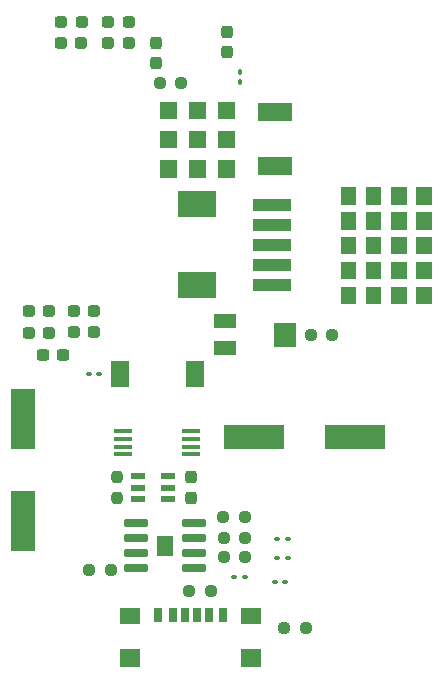
<source format=gbr>
%TF.GenerationSoftware,KiCad,Pcbnew,7.0.5-0*%
%TF.CreationDate,2024-11-16T18:44:09-05:00*%
%TF.ProjectId,PCB_design,5043425f-6465-4736-9967-6e2e6b696361,rev?*%
%TF.SameCoordinates,Original*%
%TF.FileFunction,Paste,Top*%
%TF.FilePolarity,Positive*%
%FSLAX46Y46*%
G04 Gerber Fmt 4.6, Leading zero omitted, Abs format (unit mm)*
G04 Created by KiCad (PCBNEW 7.0.5-0) date 2024-11-16 18:44:09*
%MOMM*%
%LPD*%
G01*
G04 APERTURE LIST*
G04 Aperture macros list*
%AMRoundRect*
0 Rectangle with rounded corners*
0 $1 Rounding radius*
0 $2 $3 $4 $5 $6 $7 $8 $9 X,Y pos of 4 corners*
0 Add a 4 corners polygon primitive as box body*
4,1,4,$2,$3,$4,$5,$6,$7,$8,$9,$2,$3,0*
0 Add four circle primitives for the rounded corners*
1,1,$1+$1,$2,$3*
1,1,$1+$1,$4,$5*
1,1,$1+$1,$6,$7*
1,1,$1+$1,$8,$9*
0 Add four rect primitives between the rounded corners*
20,1,$1+$1,$2,$3,$4,$5,0*
20,1,$1+$1,$4,$5,$6,$7,0*
20,1,$1+$1,$6,$7,$8,$9,0*
20,1,$1+$1,$8,$9,$2,$3,0*%
G04 Aperture macros list end*
%ADD10C,0.010000*%
%ADD11R,1.210000X0.590000*%
%ADD12RoundRect,0.237500X-0.250000X-0.237500X0.250000X-0.237500X0.250000X0.237500X-0.250000X0.237500X0*%
%ADD13R,0.700000X1.200000*%
%ADD14R,0.760000X1.200000*%
%ADD15R,0.800000X1.200000*%
%ADD16R,1.800000X1.350000*%
%ADD17R,1.800000X1.500000*%
%ADD18R,3.210000X1.050000*%
%ADD19RoundRect,0.090000X0.139000X0.090000X-0.139000X0.090000X-0.139000X-0.090000X0.139000X-0.090000X0*%
%ADD20R,3.000000X1.600000*%
%ADD21RoundRect,0.237500X0.287500X0.237500X-0.287500X0.237500X-0.287500X-0.237500X0.287500X-0.237500X0*%
%ADD22RoundRect,0.090000X-0.139000X-0.090000X0.139000X-0.090000X0.139000X0.090000X-0.139000X0.090000X0*%
%ADD23RoundRect,0.237500X-0.287500X-0.237500X0.287500X-0.237500X0.287500X0.237500X-0.287500X0.237500X0*%
%ADD24RoundRect,0.237500X0.250000X0.237500X-0.250000X0.237500X-0.250000X-0.237500X0.250000X-0.237500X0*%
%ADD25R,5.100000X2.150000*%
%ADD26RoundRect,0.237500X0.300000X0.237500X-0.300000X0.237500X-0.300000X-0.237500X0.300000X-0.237500X0*%
%ADD27R,3.200000X2.250000*%
%ADD28RoundRect,0.050000X-0.730000X-0.150000X0.730000X-0.150000X0.730000X0.150000X-0.730000X0.150000X0*%
%ADD29R,2.150000X5.100000*%
%ADD30R,1.500000X2.200000*%
%ADD31RoundRect,0.075000X-0.910000X-0.225000X0.910000X-0.225000X0.910000X0.225000X-0.910000X0.225000X0*%
%ADD32R,1.900000X1.300000*%
%ADD33R,1.900000X2.000000*%
%ADD34RoundRect,0.237500X-0.237500X0.250000X-0.237500X-0.250000X0.237500X-0.250000X0.237500X0.250000X0*%
%ADD35RoundRect,0.090000X-0.090000X0.139000X-0.090000X-0.139000X0.090000X-0.139000X0.090000X0.139000X0*%
%ADD36RoundRect,0.237500X0.237500X-0.300000X0.237500X0.300000X-0.237500X0.300000X-0.237500X-0.300000X0*%
G04 APERTURE END LIST*
%TO.C,VR1*%
D10*
X75060000Y-45530000D02*
X73800000Y-45530000D01*
X73800000Y-44110000D01*
X75060000Y-44110000D01*
X75060000Y-45530000D01*
G36*
X75060000Y-45530000D02*
G01*
X73800000Y-45530000D01*
X73800000Y-44110000D01*
X75060000Y-44110000D01*
X75060000Y-45530000D01*
G37*
X75060000Y-47640000D02*
X73800000Y-47640000D01*
X73800000Y-46220000D01*
X75060000Y-46220000D01*
X75060000Y-47640000D01*
G36*
X75060000Y-47640000D02*
G01*
X73800000Y-47640000D01*
X73800000Y-46220000D01*
X75060000Y-46220000D01*
X75060000Y-47640000D01*
G37*
X75060000Y-49750000D02*
X73800000Y-49750000D01*
X73800000Y-48330000D01*
X75060000Y-48330000D01*
X75060000Y-49750000D01*
G36*
X75060000Y-49750000D02*
G01*
X73800000Y-49750000D01*
X73800000Y-48330000D01*
X75060000Y-48330000D01*
X75060000Y-49750000D01*
G37*
X75060000Y-51860000D02*
X73800000Y-51860000D01*
X73800000Y-50440000D01*
X75060000Y-50440000D01*
X75060000Y-51860000D01*
G36*
X75060000Y-51860000D02*
G01*
X73800000Y-51860000D01*
X73800000Y-50440000D01*
X75060000Y-50440000D01*
X75060000Y-51860000D01*
G37*
X75060000Y-53970000D02*
X73800000Y-53970000D01*
X73800000Y-52550000D01*
X75060000Y-52550000D01*
X75060000Y-53970000D01*
G36*
X75060000Y-53970000D02*
G01*
X73800000Y-53970000D01*
X73800000Y-52550000D01*
X75060000Y-52550000D01*
X75060000Y-53970000D01*
G37*
X77180000Y-45530000D02*
X75920000Y-45530000D01*
X75920000Y-44110000D01*
X77180000Y-44110000D01*
X77180000Y-45530000D01*
G36*
X77180000Y-45530000D02*
G01*
X75920000Y-45530000D01*
X75920000Y-44110000D01*
X77180000Y-44110000D01*
X77180000Y-45530000D01*
G37*
X77180000Y-47640000D02*
X75920000Y-47640000D01*
X75920000Y-46220000D01*
X77180000Y-46220000D01*
X77180000Y-47640000D01*
G36*
X77180000Y-47640000D02*
G01*
X75920000Y-47640000D01*
X75920000Y-46220000D01*
X77180000Y-46220000D01*
X77180000Y-47640000D01*
G37*
X77180000Y-49750000D02*
X75920000Y-49750000D01*
X75920000Y-48330000D01*
X77180000Y-48330000D01*
X77180000Y-49750000D01*
G36*
X77180000Y-49750000D02*
G01*
X75920000Y-49750000D01*
X75920000Y-48330000D01*
X77180000Y-48330000D01*
X77180000Y-49750000D01*
G37*
X77180000Y-51860000D02*
X75920000Y-51860000D01*
X75920000Y-50440000D01*
X77180000Y-50440000D01*
X77180000Y-51860000D01*
G36*
X77180000Y-51860000D02*
G01*
X75920000Y-51860000D01*
X75920000Y-50440000D01*
X77180000Y-50440000D01*
X77180000Y-51860000D01*
G37*
X77180000Y-53970000D02*
X75920000Y-53970000D01*
X75920000Y-52550000D01*
X77180000Y-52550000D01*
X77180000Y-53970000D01*
G36*
X77180000Y-53970000D02*
G01*
X75920000Y-53970000D01*
X75920000Y-52550000D01*
X77180000Y-52550000D01*
X77180000Y-53970000D01*
G37*
X79300000Y-45530000D02*
X78040000Y-45530000D01*
X78040000Y-44110000D01*
X79300000Y-44110000D01*
X79300000Y-45530000D01*
G36*
X79300000Y-45530000D02*
G01*
X78040000Y-45530000D01*
X78040000Y-44110000D01*
X79300000Y-44110000D01*
X79300000Y-45530000D01*
G37*
X79300000Y-47640000D02*
X78040000Y-47640000D01*
X78040000Y-46220000D01*
X79300000Y-46220000D01*
X79300000Y-47640000D01*
G36*
X79300000Y-47640000D02*
G01*
X78040000Y-47640000D01*
X78040000Y-46220000D01*
X79300000Y-46220000D01*
X79300000Y-47640000D01*
G37*
X79300000Y-49750000D02*
X78040000Y-49750000D01*
X78040000Y-48330000D01*
X79300000Y-48330000D01*
X79300000Y-49750000D01*
G36*
X79300000Y-49750000D02*
G01*
X78040000Y-49750000D01*
X78040000Y-48330000D01*
X79300000Y-48330000D01*
X79300000Y-49750000D01*
G37*
X79300000Y-51860000D02*
X78040000Y-51860000D01*
X78040000Y-50440000D01*
X79300000Y-50440000D01*
X79300000Y-51860000D01*
G36*
X79300000Y-51860000D02*
G01*
X78040000Y-51860000D01*
X78040000Y-50440000D01*
X79300000Y-50440000D01*
X79300000Y-51860000D01*
G37*
X79300000Y-53970000D02*
X78040000Y-53970000D01*
X78040000Y-52550000D01*
X79300000Y-52550000D01*
X79300000Y-53970000D01*
G36*
X79300000Y-53970000D02*
G01*
X78040000Y-53970000D01*
X78040000Y-52550000D01*
X79300000Y-52550000D01*
X79300000Y-53970000D01*
G37*
X81420000Y-45530000D02*
X80160000Y-45530000D01*
X80160000Y-44110000D01*
X81420000Y-44110000D01*
X81420000Y-45530000D01*
G36*
X81420000Y-45530000D02*
G01*
X80160000Y-45530000D01*
X80160000Y-44110000D01*
X81420000Y-44110000D01*
X81420000Y-45530000D01*
G37*
X81420000Y-47640000D02*
X80160000Y-47640000D01*
X80160000Y-46220000D01*
X81420000Y-46220000D01*
X81420000Y-47640000D01*
G36*
X81420000Y-47640000D02*
G01*
X80160000Y-47640000D01*
X80160000Y-46220000D01*
X81420000Y-46220000D01*
X81420000Y-47640000D01*
G37*
X81420000Y-49750000D02*
X80160000Y-49750000D01*
X80160000Y-48330000D01*
X81420000Y-48330000D01*
X81420000Y-49750000D01*
G36*
X81420000Y-49750000D02*
G01*
X80160000Y-49750000D01*
X80160000Y-48330000D01*
X81420000Y-48330000D01*
X81420000Y-49750000D01*
G37*
X81420000Y-51860000D02*
X80160000Y-51860000D01*
X80160000Y-50440000D01*
X81420000Y-50440000D01*
X81420000Y-51860000D01*
G36*
X81420000Y-51860000D02*
G01*
X80160000Y-51860000D01*
X80160000Y-50440000D01*
X81420000Y-50440000D01*
X81420000Y-51860000D01*
G37*
X81420000Y-53970000D02*
X80160000Y-53970000D01*
X80160000Y-52550000D01*
X81420000Y-52550000D01*
X81420000Y-53970000D01*
G36*
X81420000Y-53970000D02*
G01*
X80160000Y-53970000D01*
X80160000Y-52550000D01*
X81420000Y-52550000D01*
X81420000Y-53970000D01*
G37*
%TO.C,U2*%
X64805000Y-43235000D02*
X63395000Y-43235000D01*
X63395000Y-41825000D01*
X64805000Y-41825000D01*
X64805000Y-43235000D01*
G36*
X64805000Y-43235000D02*
G01*
X63395000Y-43235000D01*
X63395000Y-41825000D01*
X64805000Y-41825000D01*
X64805000Y-43235000D01*
G37*
X64805000Y-40775000D02*
X63395000Y-40775000D01*
X63395000Y-39365000D01*
X64805000Y-39365000D01*
X64805000Y-40775000D01*
G36*
X64805000Y-40775000D02*
G01*
X63395000Y-40775000D01*
X63395000Y-39365000D01*
X64805000Y-39365000D01*
X64805000Y-40775000D01*
G37*
X64805000Y-38315000D02*
X63395000Y-38315000D01*
X63395000Y-36905000D01*
X64805000Y-36905000D01*
X64805000Y-38315000D01*
G36*
X64805000Y-38315000D02*
G01*
X63395000Y-38315000D01*
X63395000Y-36905000D01*
X64805000Y-36905000D01*
X64805000Y-38315000D01*
G37*
X62345000Y-43235000D02*
X60935000Y-43235000D01*
X60935000Y-41825000D01*
X62345000Y-41825000D01*
X62345000Y-43235000D01*
G36*
X62345000Y-43235000D02*
G01*
X60935000Y-43235000D01*
X60935000Y-41825000D01*
X62345000Y-41825000D01*
X62345000Y-43235000D01*
G37*
X62345000Y-40775000D02*
X60935000Y-40775000D01*
X60935000Y-39365000D01*
X62345000Y-39365000D01*
X62345000Y-40775000D01*
G36*
X62345000Y-40775000D02*
G01*
X60935000Y-40775000D01*
X60935000Y-39365000D01*
X62345000Y-39365000D01*
X62345000Y-40775000D01*
G37*
X62345000Y-38315000D02*
X60935000Y-38315000D01*
X60935000Y-36905000D01*
X62345000Y-36905000D01*
X62345000Y-38315000D01*
G36*
X62345000Y-38315000D02*
G01*
X60935000Y-38315000D01*
X60935000Y-36905000D01*
X62345000Y-36905000D01*
X62345000Y-38315000D01*
G37*
X59885000Y-43235000D02*
X58475000Y-43235000D01*
X58475000Y-41825000D01*
X59885000Y-41825000D01*
X59885000Y-43235000D01*
G36*
X59885000Y-43235000D02*
G01*
X58475000Y-43235000D01*
X58475000Y-41825000D01*
X59885000Y-41825000D01*
X59885000Y-43235000D01*
G37*
X59885000Y-40775000D02*
X58475000Y-40775000D01*
X58475000Y-39365000D01*
X59885000Y-39365000D01*
X59885000Y-40775000D01*
G36*
X59885000Y-40775000D02*
G01*
X58475000Y-40775000D01*
X58475000Y-39365000D01*
X59885000Y-39365000D01*
X59885000Y-40775000D01*
G37*
X59885000Y-38315000D02*
X58475000Y-38315000D01*
X58475000Y-36905000D01*
X59885000Y-36905000D01*
X59885000Y-38315000D01*
G36*
X59885000Y-38315000D02*
G01*
X58475000Y-38315000D01*
X58475000Y-36905000D01*
X59885000Y-36905000D01*
X59885000Y-38315000D01*
G37*
%TO.C,U3*%
X59565000Y-75315000D02*
X58275000Y-75315000D01*
X58275000Y-73675000D01*
X59565000Y-73675000D01*
X59565000Y-75315000D01*
G36*
X59565000Y-75315000D02*
G01*
X58275000Y-75315000D01*
X58275000Y-73675000D01*
X59565000Y-73675000D01*
X59565000Y-75315000D01*
G37*
%TD*%
D11*
%TO.C,U4*%
X56685000Y-68620000D03*
X56685000Y-69570000D03*
X56685000Y-70520000D03*
X59195000Y-70520000D03*
X59195000Y-69570000D03*
X59195000Y-68620000D03*
%TD*%
D12*
%TO.C,R2*%
X69017500Y-81440000D03*
X70842500Y-81440000D03*
%TD*%
%TO.C,R1*%
X62812500Y-78360000D03*
X60987500Y-78360000D03*
%TD*%
D13*
%TO.C,J9*%
X60615000Y-80355000D03*
D14*
X62635000Y-80355000D03*
D15*
X63865000Y-80355000D03*
D13*
X61615000Y-80355000D03*
D14*
X59595000Y-80355000D03*
D15*
X58365000Y-80355000D03*
D16*
X55990000Y-80410000D03*
D17*
X66240000Y-83990000D03*
X55990000Y-83990000D03*
D16*
X66240000Y-80410000D03*
%TD*%
D18*
%TO.C,VR1*%
X67980000Y-45640000D03*
X67980000Y-47340000D03*
X67980000Y-49040000D03*
X67980000Y-50740000D03*
X67980000Y-52440000D03*
%TD*%
D19*
%TO.C,C5*%
X53372500Y-59990000D03*
X52507500Y-59990000D03*
%TD*%
D20*
%TO.C,U2*%
X68290000Y-42370000D03*
X68290000Y-37770000D03*
%TD*%
D21*
%TO.C,D3*%
X54097500Y-30123750D03*
X55847500Y-30123750D03*
%TD*%
D22*
%TO.C,C9*%
X64807500Y-77160000D03*
X65672500Y-77160000D03*
%TD*%
D23*
%TO.C,D4*%
X54100000Y-31893750D03*
X55850000Y-31893750D03*
%TD*%
D24*
%TO.C,R6*%
X63897500Y-73870000D03*
X65722500Y-73870000D03*
%TD*%
D12*
%TO.C,R3*%
X71267500Y-56620000D03*
X73092500Y-56620000D03*
%TD*%
D23*
%TO.C,D1*%
X51877500Y-30190000D03*
X50127500Y-30190000D03*
%TD*%
D25*
%TO.C,C4*%
X66440000Y-65300000D03*
X75040000Y-65300000D03*
%TD*%
D26*
%TO.C,C2*%
X50320000Y-58320000D03*
X48595000Y-58320000D03*
%TD*%
D23*
%TO.C,D8*%
X47400000Y-56460000D03*
X49150000Y-56460000D03*
%TD*%
D22*
%TO.C,D10*%
X69322500Y-75500000D03*
X68457500Y-75500000D03*
%TD*%
D27*
%TO.C,D9*%
X61650000Y-52450000D03*
X61650000Y-45550000D03*
%TD*%
D12*
%TO.C,R8*%
X63860000Y-72070000D03*
X65685000Y-72070000D03*
%TD*%
D21*
%TO.C,D2*%
X50100000Y-31940000D03*
X51850000Y-31940000D03*
%TD*%
D28*
%TO.C,Q1*%
X55370000Y-64815000D03*
X55370000Y-65465000D03*
X55370000Y-66115000D03*
X55370000Y-66765000D03*
X61130000Y-66765000D03*
X61130000Y-66115000D03*
X61130000Y-65465000D03*
X61130000Y-64815000D03*
%TD*%
D21*
%TO.C,D6*%
X51215000Y-56390000D03*
X52965000Y-56390000D03*
%TD*%
D29*
%TO.C,C7*%
X46930000Y-63790000D03*
X46930000Y-72390000D03*
%TD*%
D12*
%TO.C,R9*%
X58485000Y-35360000D03*
X60310000Y-35360000D03*
%TD*%
D30*
%TO.C,L1*%
X61490000Y-59920000D03*
X55090000Y-59920000D03*
%TD*%
D31*
%TO.C,U3*%
X61395000Y-72590000D03*
X61395000Y-73860000D03*
X61395000Y-75130000D03*
X61395000Y-76400000D03*
X56445000Y-76400000D03*
X56445000Y-75130000D03*
X56445000Y-73860000D03*
X56445000Y-72590000D03*
%TD*%
D24*
%TO.C,R_PROG1*%
X52510000Y-76540000D03*
X54335000Y-76540000D03*
%TD*%
D32*
%TO.C,R4*%
X63990000Y-57770000D03*
D33*
X69090000Y-56620000D03*
D32*
X63990000Y-55470000D03*
%TD*%
D22*
%TO.C,D11*%
X69325000Y-73900000D03*
X68460000Y-73900000D03*
%TD*%
D34*
%TO.C,R7*%
X54860000Y-70472500D03*
X54860000Y-68647500D03*
%TD*%
D21*
%TO.C,D7*%
X47402500Y-54660000D03*
X49152500Y-54660000D03*
%TD*%
D35*
%TO.C,D17*%
X65250000Y-34362500D03*
X65250000Y-35227500D03*
%TD*%
D23*
%TO.C,D5*%
X52962500Y-54650000D03*
X51212500Y-54650000D03*
%TD*%
D36*
%TO.C,C10*%
X61140000Y-68717500D03*
X61140000Y-70442500D03*
%TD*%
D24*
%TO.C,R5*%
X63897500Y-75480000D03*
X65722500Y-75480000D03*
%TD*%
D19*
%TO.C,C8*%
X69112500Y-77580000D03*
X68247500Y-77580000D03*
%TD*%
D36*
%TO.C,C1*%
X58170000Y-31937500D03*
X58170000Y-33662500D03*
%TD*%
%TO.C,C6*%
X64210000Y-32702500D03*
X64210000Y-30977500D03*
%TD*%
M02*

</source>
